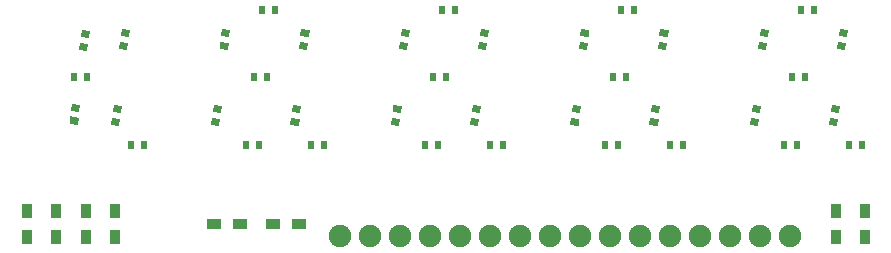
<source format=gbr>
%TF.GenerationSoftware,KiCad,Pcbnew,(5.1.7)-1*%
%TF.CreationDate,2021-08-17T00:51:46+02:00*%
%TF.ProjectId,saba_az553,73616261-5f61-47a3-9535-332e6b696361,rev?*%
%TF.SameCoordinates,Original*%
%TF.FileFunction,Soldermask,Top*%
%TF.FilePolarity,Negative*%
%FSLAX46Y46*%
G04 Gerber Fmt 4.6, Leading zero omitted, Abs format (unit mm)*
G04 Created by KiCad (PCBNEW (5.1.7)-1) date 2021-08-17 00:51:46*
%MOMM*%
%LPD*%
G01*
G04 APERTURE LIST*
%ADD10R,1.200000X0.900000*%
%ADD11R,0.900000X1.200000*%
%ADD12R,0.600000X0.700000*%
%ADD13C,0.100000*%
%ADD14C,1.900000*%
%ADD15O,1.900000X1.900000*%
G04 APERTURE END LIST*
D10*
%TO.C,R8*%
X38900000Y-43500000D03*
X41100000Y-43500000D03*
%TD*%
D11*
%TO.C,R7*%
X23000000Y-42400000D03*
X23000000Y-44600000D03*
%TD*%
%TO.C,R6*%
X91500000Y-42400000D03*
X91500000Y-44600000D03*
%TD*%
%TO.C,R5*%
X94000000Y-42400000D03*
X94000000Y-44600000D03*
%TD*%
D10*
%TO.C,R4*%
X43900000Y-43500000D03*
X46100000Y-43500000D03*
%TD*%
D11*
%TO.C,R3*%
X25500000Y-42400000D03*
X25500000Y-44600000D03*
%TD*%
%TO.C,R2*%
X28000000Y-42400000D03*
X28000000Y-44600000D03*
%TD*%
%TO.C,R1*%
X30500000Y-42400000D03*
X30500000Y-44600000D03*
%TD*%
D12*
%TO.C,D38*%
X28150000Y-31100000D03*
X27050000Y-31100000D03*
%TD*%
%TO.C,D37*%
X32950000Y-36800000D03*
X31850000Y-36800000D03*
%TD*%
D13*
%TO.C,D36*%
G36*
X26863941Y-33311587D02*
G01*
X27557953Y-33402956D01*
X27479637Y-33997823D01*
X26785625Y-33906454D01*
X26863941Y-33311587D01*
G37*
G36*
X26720363Y-34402177D02*
G01*
X27414375Y-34493546D01*
X27336059Y-35088413D01*
X26642047Y-34997044D01*
X26720363Y-34402177D01*
G37*
%TD*%
%TO.C,D35*%
G36*
X27663941Y-27111587D02*
G01*
X28357953Y-27202956D01*
X28279637Y-27797823D01*
X27585625Y-27706454D01*
X27663941Y-27111587D01*
G37*
G36*
X27520363Y-28202177D02*
G01*
X28214375Y-28293546D01*
X28136059Y-28888413D01*
X27442047Y-28797044D01*
X27520363Y-28202177D01*
G37*
%TD*%
%TO.C,D34*%
G36*
X30363941Y-33411587D02*
G01*
X31057953Y-33502956D01*
X30979637Y-34097823D01*
X30285625Y-34006454D01*
X30363941Y-33411587D01*
G37*
G36*
X30220363Y-34502177D02*
G01*
X30914375Y-34593546D01*
X30836059Y-35188413D01*
X30142047Y-35097044D01*
X30220363Y-34502177D01*
G37*
%TD*%
D12*
%TO.C,D33*%
X48150000Y-36800000D03*
X47050000Y-36800000D03*
%TD*%
%TO.C,D32*%
X42650000Y-36800000D03*
X41550000Y-36800000D03*
%TD*%
D13*
%TO.C,D31*%
G36*
X38863941Y-33411587D02*
G01*
X39557953Y-33502956D01*
X39479637Y-34097823D01*
X38785625Y-34006454D01*
X38863941Y-33411587D01*
G37*
G36*
X38720363Y-34502177D02*
G01*
X39414375Y-34593546D01*
X39336059Y-35188413D01*
X38642047Y-35097044D01*
X38720363Y-34502177D01*
G37*
%TD*%
%TO.C,D30*%
G36*
X45563941Y-33411587D02*
G01*
X46257953Y-33502956D01*
X46179637Y-34097823D01*
X45485625Y-34006454D01*
X45563941Y-33411587D01*
G37*
G36*
X45420363Y-34502177D02*
G01*
X46114375Y-34593546D01*
X46036059Y-35188413D01*
X45342047Y-35097044D01*
X45420363Y-34502177D01*
G37*
%TD*%
%TO.C,D29*%
G36*
X39563941Y-27011587D02*
G01*
X40257953Y-27102956D01*
X40179637Y-27697823D01*
X39485625Y-27606454D01*
X39563941Y-27011587D01*
G37*
G36*
X39420363Y-28102177D02*
G01*
X40114375Y-28193546D01*
X40036059Y-28788413D01*
X39342047Y-28697044D01*
X39420363Y-28102177D01*
G37*
%TD*%
D12*
%TO.C,D28*%
X43350000Y-31100000D03*
X42250000Y-31100000D03*
%TD*%
D13*
%TO.C,D27*%
G36*
X46263941Y-27011587D02*
G01*
X46957953Y-27102956D01*
X46879637Y-27697823D01*
X46185625Y-27606454D01*
X46263941Y-27011587D01*
G37*
G36*
X46120363Y-28102177D02*
G01*
X46814375Y-28193546D01*
X46736059Y-28788413D01*
X46042047Y-28697044D01*
X46120363Y-28102177D01*
G37*
%TD*%
D12*
%TO.C,D26*%
X63350000Y-36800000D03*
X62250000Y-36800000D03*
%TD*%
%TO.C,D25*%
X57850000Y-36800000D03*
X56750000Y-36800000D03*
%TD*%
D13*
%TO.C,D24*%
G36*
X54063941Y-33411587D02*
G01*
X54757953Y-33502956D01*
X54679637Y-34097823D01*
X53985625Y-34006454D01*
X54063941Y-33411587D01*
G37*
G36*
X53920363Y-34502177D02*
G01*
X54614375Y-34593546D01*
X54536059Y-35188413D01*
X53842047Y-35097044D01*
X53920363Y-34502177D01*
G37*
%TD*%
%TO.C,D23*%
G36*
X60763941Y-33411587D02*
G01*
X61457953Y-33502956D01*
X61379637Y-34097823D01*
X60685625Y-34006454D01*
X60763941Y-33411587D01*
G37*
G36*
X60620363Y-34502177D02*
G01*
X61314375Y-34593546D01*
X61236059Y-35188413D01*
X60542047Y-35097044D01*
X60620363Y-34502177D01*
G37*
%TD*%
D12*
%TO.C,D22*%
X58550000Y-31100000D03*
X57450000Y-31100000D03*
%TD*%
D13*
%TO.C,D21*%
G36*
X54763941Y-27011587D02*
G01*
X55457953Y-27102956D01*
X55379637Y-27697823D01*
X54685625Y-27606454D01*
X54763941Y-27011587D01*
G37*
G36*
X54620363Y-28102177D02*
G01*
X55314375Y-28193546D01*
X55236059Y-28788413D01*
X54542047Y-28697044D01*
X54620363Y-28102177D01*
G37*
%TD*%
D12*
%TO.C,D20*%
X44050000Y-25400000D03*
X42950000Y-25400000D03*
%TD*%
%TO.C,D19*%
X59250000Y-25400000D03*
X58150000Y-25400000D03*
%TD*%
D13*
%TO.C,D18*%
G36*
X61463941Y-27011587D02*
G01*
X62157953Y-27102956D01*
X62079637Y-27697823D01*
X61385625Y-27606454D01*
X61463941Y-27011587D01*
G37*
G36*
X61320363Y-28102177D02*
G01*
X62014375Y-28193546D01*
X61936059Y-28788413D01*
X61242047Y-28697044D01*
X61320363Y-28102177D01*
G37*
%TD*%
%TO.C,D17*%
G36*
X31063941Y-27011587D02*
G01*
X31757953Y-27102956D01*
X31679637Y-27697823D01*
X30985625Y-27606454D01*
X31063941Y-27011587D01*
G37*
G36*
X30920363Y-28102177D02*
G01*
X31614375Y-28193546D01*
X31536059Y-28788413D01*
X30842047Y-28697044D01*
X30920363Y-28102177D01*
G37*
%TD*%
D12*
%TO.C,D16*%
X78550000Y-36800000D03*
X77450000Y-36800000D03*
%TD*%
%TO.C,D15*%
X73050000Y-36800000D03*
X71950000Y-36800000D03*
%TD*%
D13*
%TO.C,D14*%
G36*
X75963941Y-33411587D02*
G01*
X76657953Y-33502956D01*
X76579637Y-34097823D01*
X75885625Y-34006454D01*
X75963941Y-33411587D01*
G37*
G36*
X75820363Y-34502177D02*
G01*
X76514375Y-34593546D01*
X76436059Y-35188413D01*
X75742047Y-35097044D01*
X75820363Y-34502177D01*
G37*
%TD*%
%TO.C,D13*%
G36*
X69263941Y-33411587D02*
G01*
X69957953Y-33502956D01*
X69879637Y-34097823D01*
X69185625Y-34006454D01*
X69263941Y-33411587D01*
G37*
G36*
X69120363Y-34502177D02*
G01*
X69814375Y-34593546D01*
X69736059Y-35188413D01*
X69042047Y-35097044D01*
X69120363Y-34502177D01*
G37*
%TD*%
D12*
%TO.C,D12*%
X73750000Y-31100000D03*
X72650000Y-31100000D03*
%TD*%
D13*
%TO.C,D11*%
G36*
X76663941Y-27011587D02*
G01*
X77357953Y-27102956D01*
X77279637Y-27697823D01*
X76585625Y-27606454D01*
X76663941Y-27011587D01*
G37*
G36*
X76520363Y-28102177D02*
G01*
X77214375Y-28193546D01*
X77136059Y-28788413D01*
X76442047Y-28697044D01*
X76520363Y-28102177D01*
G37*
%TD*%
%TO.C,D10*%
G36*
X69963941Y-27011587D02*
G01*
X70657953Y-27102956D01*
X70579637Y-27697823D01*
X69885625Y-27606454D01*
X69963941Y-27011587D01*
G37*
G36*
X69820363Y-28102177D02*
G01*
X70514375Y-28193546D01*
X70436059Y-28788413D01*
X69742047Y-28697044D01*
X69820363Y-28102177D01*
G37*
%TD*%
D12*
%TO.C,D9*%
X74450000Y-25400000D03*
X73350000Y-25400000D03*
%TD*%
%TO.C,D8*%
X87150000Y-36800000D03*
X88250000Y-36800000D03*
%TD*%
D13*
%TO.C,D7*%
G36*
X91020363Y-34502177D02*
G01*
X91714375Y-34593546D01*
X91636059Y-35188413D01*
X90942047Y-35097044D01*
X91020363Y-34502177D01*
G37*
G36*
X91163941Y-33411587D02*
G01*
X91857953Y-33502956D01*
X91779637Y-34097823D01*
X91085625Y-34006454D01*
X91163941Y-33411587D01*
G37*
%TD*%
D12*
%TO.C,D6*%
X93750000Y-36800000D03*
X92650000Y-36800000D03*
%TD*%
D13*
%TO.C,D5*%
G36*
X91720363Y-28102177D02*
G01*
X92414375Y-28193546D01*
X92336059Y-28788413D01*
X91642047Y-28697044D01*
X91720363Y-28102177D01*
G37*
G36*
X91863941Y-27011587D02*
G01*
X92557953Y-27102956D01*
X92479637Y-27697823D01*
X91785625Y-27606454D01*
X91863941Y-27011587D01*
G37*
%TD*%
%TO.C,D4*%
G36*
X84320363Y-34502177D02*
G01*
X85014375Y-34593546D01*
X84936059Y-35188413D01*
X84242047Y-35097044D01*
X84320363Y-34502177D01*
G37*
G36*
X84463941Y-33411587D02*
G01*
X85157953Y-33502956D01*
X85079637Y-34097823D01*
X84385625Y-34006454D01*
X84463941Y-33411587D01*
G37*
%TD*%
D12*
%TO.C,D3*%
X87850000Y-31100000D03*
X88950000Y-31100000D03*
%TD*%
D13*
%TO.C,D2*%
G36*
X85020363Y-28102177D02*
G01*
X85714375Y-28193546D01*
X85636059Y-28788413D01*
X84942047Y-28697044D01*
X85020363Y-28102177D01*
G37*
G36*
X85163941Y-27011587D02*
G01*
X85857953Y-27102956D01*
X85779637Y-27697823D01*
X85085625Y-27606454D01*
X85163941Y-27011587D01*
G37*
%TD*%
D12*
%TO.C,D1*%
X88550000Y-25400000D03*
X89650000Y-25400000D03*
%TD*%
D14*
%TO.C,J1*%
X49500000Y-44500000D03*
D15*
X52040000Y-44500000D03*
X54580000Y-44500000D03*
X57120000Y-44500000D03*
X59660000Y-44500000D03*
X62200000Y-44500000D03*
X64740000Y-44500000D03*
X67280000Y-44500000D03*
X69820000Y-44500000D03*
X72360000Y-44500000D03*
X74900000Y-44500000D03*
X77440000Y-44500000D03*
X79980000Y-44500000D03*
X82520000Y-44500000D03*
X85060000Y-44500000D03*
X87600000Y-44500000D03*
%TD*%
M02*

</source>
